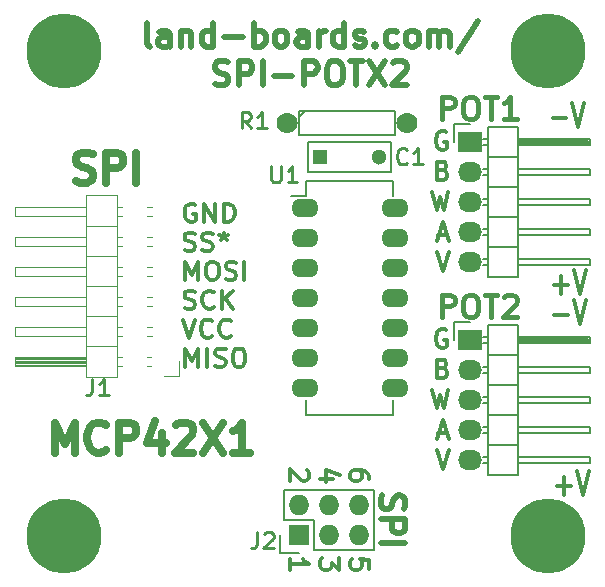
<source format=gto>
%TF.GenerationSoftware,KiCad,Pcbnew,(6.0.1)*%
%TF.CreationDate,2022-05-17T17:41:02-04:00*%
%TF.ProjectId,SPI-POTX2,5350492d-504f-4545-9832-2e6b69636164,2*%
%TF.SameCoordinates,Original*%
%TF.FileFunction,Legend,Top*%
%TF.FilePolarity,Positive*%
%FSLAX46Y46*%
G04 Gerber Fmt 4.6, Leading zero omitted, Abs format (unit mm)*
G04 Created by KiCad (PCBNEW (6.0.1)) date 2022-05-17 17:41:02*
%MOMM*%
%LPD*%
G01*
G04 APERTURE LIST*
%ADD10C,0.304800*%
%ADD11C,0.508000*%
%ADD12C,0.635000*%
%ADD13C,0.476250*%
%ADD14C,0.254000*%
%ADD15C,0.381000*%
%ADD16C,0.150000*%
%ADD17C,0.120000*%
%ADD18C,6.350000*%
%ADD19R,1.727200X1.727200*%
%ADD20O,1.727200X1.727200*%
%ADD21R,1.300000X1.300000*%
%ADD22C,1.300000*%
%ADD23R,2.032000X1.727200*%
%ADD24O,2.032000X1.727200*%
%ADD25C,1.778000*%
%ADD26O,2.300000X1.600000*%
G04 APERTURE END LIST*
D10*
X140952070Y-92008327D02*
X140800880Y-91935755D01*
X140574094Y-91935755D01*
X140347308Y-92008327D01*
X140196118Y-92153469D01*
X140120523Y-92298612D01*
X140044927Y-92588898D01*
X140044927Y-92806612D01*
X140120523Y-93096898D01*
X140196118Y-93242041D01*
X140347308Y-93387184D01*
X140574094Y-93459755D01*
X140725285Y-93459755D01*
X140952070Y-93387184D01*
X141027666Y-93314612D01*
X141027666Y-92806612D01*
X140725285Y-92806612D01*
X141708023Y-93459755D02*
X141708023Y-91935755D01*
X142615166Y-93459755D01*
X142615166Y-91935755D01*
X143371118Y-93459755D02*
X143371118Y-91935755D01*
X143749094Y-91935755D01*
X143975880Y-92008327D01*
X144127070Y-92153469D01*
X144202666Y-92298612D01*
X144278261Y-92588898D01*
X144278261Y-92806612D01*
X144202666Y-93096898D01*
X144127070Y-93242041D01*
X143975880Y-93387184D01*
X143749094Y-93459755D01*
X143371118Y-93459755D01*
X140044927Y-95840824D02*
X140271713Y-95913395D01*
X140649689Y-95913395D01*
X140800880Y-95840824D01*
X140876475Y-95768252D01*
X140952070Y-95623109D01*
X140952070Y-95477967D01*
X140876475Y-95332824D01*
X140800880Y-95260252D01*
X140649689Y-95187681D01*
X140347308Y-95115109D01*
X140196118Y-95042538D01*
X140120523Y-94969967D01*
X140044927Y-94824824D01*
X140044927Y-94679681D01*
X140120523Y-94534538D01*
X140196118Y-94461967D01*
X140347308Y-94389395D01*
X140725285Y-94389395D01*
X140952070Y-94461967D01*
X141556832Y-95840824D02*
X141783618Y-95913395D01*
X142161594Y-95913395D01*
X142312785Y-95840824D01*
X142388380Y-95768252D01*
X142463975Y-95623109D01*
X142463975Y-95477967D01*
X142388380Y-95332824D01*
X142312785Y-95260252D01*
X142161594Y-95187681D01*
X141859213Y-95115109D01*
X141708023Y-95042538D01*
X141632427Y-94969967D01*
X141556832Y-94824824D01*
X141556832Y-94679681D01*
X141632427Y-94534538D01*
X141708023Y-94461967D01*
X141859213Y-94389395D01*
X142237189Y-94389395D01*
X142463975Y-94461967D01*
X143371118Y-94389395D02*
X143371118Y-94752252D01*
X142993142Y-94607109D02*
X143371118Y-94752252D01*
X143749094Y-94607109D01*
X143144332Y-95042538D02*
X143371118Y-94752252D01*
X143597904Y-95042538D01*
X140120523Y-98367035D02*
X140120523Y-96843035D01*
X140649689Y-97931607D01*
X141178856Y-96843035D01*
X141178856Y-98367035D01*
X142237189Y-96843035D02*
X142539570Y-96843035D01*
X142690761Y-96915607D01*
X142841951Y-97060749D01*
X142917547Y-97351035D01*
X142917547Y-97859035D01*
X142841951Y-98149321D01*
X142690761Y-98294464D01*
X142539570Y-98367035D01*
X142237189Y-98367035D01*
X142085999Y-98294464D01*
X141934808Y-98149321D01*
X141859213Y-97859035D01*
X141859213Y-97351035D01*
X141934808Y-97060749D01*
X142085999Y-96915607D01*
X142237189Y-96843035D01*
X143522308Y-98294464D02*
X143749094Y-98367035D01*
X144127070Y-98367035D01*
X144278261Y-98294464D01*
X144353856Y-98221892D01*
X144429451Y-98076749D01*
X144429451Y-97931607D01*
X144353856Y-97786464D01*
X144278261Y-97713892D01*
X144127070Y-97641321D01*
X143824689Y-97568749D01*
X143673499Y-97496178D01*
X143597904Y-97423607D01*
X143522308Y-97278464D01*
X143522308Y-97133321D01*
X143597904Y-96988178D01*
X143673499Y-96915607D01*
X143824689Y-96843035D01*
X144202666Y-96843035D01*
X144429451Y-96915607D01*
X145109808Y-98367035D02*
X145109808Y-96843035D01*
X140044927Y-100748104D02*
X140271713Y-100820675D01*
X140649689Y-100820675D01*
X140800880Y-100748104D01*
X140876475Y-100675532D01*
X140952070Y-100530389D01*
X140952070Y-100385247D01*
X140876475Y-100240104D01*
X140800880Y-100167532D01*
X140649689Y-100094961D01*
X140347308Y-100022389D01*
X140196118Y-99949818D01*
X140120523Y-99877247D01*
X140044927Y-99732104D01*
X140044927Y-99586961D01*
X140120523Y-99441818D01*
X140196118Y-99369247D01*
X140347308Y-99296675D01*
X140725285Y-99296675D01*
X140952070Y-99369247D01*
X142539570Y-100675532D02*
X142463975Y-100748104D01*
X142237189Y-100820675D01*
X142085999Y-100820675D01*
X141859213Y-100748104D01*
X141708023Y-100602961D01*
X141632427Y-100457818D01*
X141556832Y-100167532D01*
X141556832Y-99949818D01*
X141632427Y-99659532D01*
X141708023Y-99514389D01*
X141859213Y-99369247D01*
X142085999Y-99296675D01*
X142237189Y-99296675D01*
X142463975Y-99369247D01*
X142539570Y-99441818D01*
X143219927Y-100820675D02*
X143219927Y-99296675D01*
X144127070Y-100820675D02*
X143446713Y-99949818D01*
X144127070Y-99296675D02*
X143219927Y-100167532D01*
X139893737Y-101750315D02*
X140422904Y-103274315D01*
X140952070Y-101750315D01*
X142388380Y-103129172D02*
X142312785Y-103201744D01*
X142085999Y-103274315D01*
X141934808Y-103274315D01*
X141708023Y-103201744D01*
X141556832Y-103056601D01*
X141481237Y-102911458D01*
X141405642Y-102621172D01*
X141405642Y-102403458D01*
X141481237Y-102113172D01*
X141556832Y-101968029D01*
X141708023Y-101822887D01*
X141934808Y-101750315D01*
X142085999Y-101750315D01*
X142312785Y-101822887D01*
X142388380Y-101895458D01*
X143975880Y-103129172D02*
X143900285Y-103201744D01*
X143673499Y-103274315D01*
X143522308Y-103274315D01*
X143295523Y-103201744D01*
X143144332Y-103056601D01*
X143068737Y-102911458D01*
X142993142Y-102621172D01*
X142993142Y-102403458D01*
X143068737Y-102113172D01*
X143144332Y-101968029D01*
X143295523Y-101822887D01*
X143522308Y-101750315D01*
X143673499Y-101750315D01*
X143900285Y-101822887D01*
X143975880Y-101895458D01*
X140120523Y-105727955D02*
X140120523Y-104203955D01*
X140649689Y-105292527D01*
X141178856Y-104203955D01*
X141178856Y-105727955D01*
X141934808Y-105727955D02*
X141934808Y-104203955D01*
X142615166Y-105655384D02*
X142841951Y-105727955D01*
X143219927Y-105727955D01*
X143371118Y-105655384D01*
X143446713Y-105582812D01*
X143522308Y-105437669D01*
X143522308Y-105292527D01*
X143446713Y-105147384D01*
X143371118Y-105074812D01*
X143219927Y-105002241D01*
X142917547Y-104929669D01*
X142766356Y-104857098D01*
X142690761Y-104784527D01*
X142615166Y-104639384D01*
X142615166Y-104494241D01*
X142690761Y-104349098D01*
X142766356Y-104276527D01*
X142917547Y-104203955D01*
X143295523Y-104203955D01*
X143522308Y-104276527D01*
X144505047Y-104203955D02*
X144807427Y-104203955D01*
X144958618Y-104276527D01*
X145109808Y-104421669D01*
X145185404Y-104711955D01*
X145185404Y-105219955D01*
X145109808Y-105510241D01*
X144958618Y-105655384D01*
X144807427Y-105727955D01*
X144505047Y-105727955D01*
X144353856Y-105655384D01*
X144202666Y-105510241D01*
X144127070Y-105219955D01*
X144127070Y-104711955D01*
X144202666Y-104421669D01*
X144353856Y-104276527D01*
X144505047Y-104203955D01*
D11*
X156755950Y-116636046D02*
X156659188Y-116926331D01*
X156659188Y-117410141D01*
X156755950Y-117603665D01*
X156852712Y-117700427D01*
X157046236Y-117797188D01*
X157239760Y-117797188D01*
X157433284Y-117700427D01*
X157530046Y-117603665D01*
X157626807Y-117410141D01*
X157723569Y-117023093D01*
X157820331Y-116829569D01*
X157917093Y-116732807D01*
X158110617Y-116636046D01*
X158304141Y-116636046D01*
X158497665Y-116732807D01*
X158594427Y-116829569D01*
X158691188Y-117023093D01*
X158691188Y-117506903D01*
X158594427Y-117797188D01*
X156659188Y-118668046D02*
X158691188Y-118668046D01*
X158691188Y-119442141D01*
X158594427Y-119635665D01*
X158497665Y-119732427D01*
X158304141Y-119829188D01*
X158013855Y-119829188D01*
X157820331Y-119732427D01*
X157723569Y-119635665D01*
X157626807Y-119442141D01*
X157626807Y-118668046D01*
X156659188Y-120700046D02*
X158691188Y-120700046D01*
D12*
X130847950Y-90026522D02*
X131210807Y-90147474D01*
X131815569Y-90147474D01*
X132057474Y-90026522D01*
X132178427Y-89905569D01*
X132299379Y-89663665D01*
X132299379Y-89421760D01*
X132178427Y-89179855D01*
X132057474Y-89058903D01*
X131815569Y-88937950D01*
X131331760Y-88816998D01*
X131089855Y-88696046D01*
X130968903Y-88575093D01*
X130847950Y-88333188D01*
X130847950Y-88091284D01*
X130968903Y-87849379D01*
X131089855Y-87728427D01*
X131331760Y-87607474D01*
X131936522Y-87607474D01*
X132299379Y-87728427D01*
X133387950Y-90147474D02*
X133387950Y-87607474D01*
X134355569Y-87607474D01*
X134597474Y-87728427D01*
X134718427Y-87849379D01*
X134839379Y-88091284D01*
X134839379Y-88454141D01*
X134718427Y-88696046D01*
X134597474Y-88816998D01*
X134355569Y-88937950D01*
X133387950Y-88937950D01*
X135927950Y-90147474D02*
X135927950Y-87607474D01*
D10*
X162209330Y-102650927D02*
X162058140Y-102575331D01*
X161831354Y-102575331D01*
X161604568Y-102650927D01*
X161453378Y-102802117D01*
X161377783Y-102953307D01*
X161302187Y-103255688D01*
X161302187Y-103482474D01*
X161377783Y-103784855D01*
X161453378Y-103936046D01*
X161604568Y-104087236D01*
X161831354Y-104162831D01*
X161982545Y-104162831D01*
X162209330Y-104087236D01*
X162284926Y-104011641D01*
X162284926Y-103482474D01*
X161982545Y-103482474D01*
X161906949Y-105887159D02*
X162133735Y-105962754D01*
X162209330Y-106038349D01*
X162284926Y-106189540D01*
X162284926Y-106416325D01*
X162209330Y-106567516D01*
X162133735Y-106643111D01*
X161982545Y-106718706D01*
X161377783Y-106718706D01*
X161377783Y-105131206D01*
X161906949Y-105131206D01*
X162058140Y-105206802D01*
X162133735Y-105282397D01*
X162209330Y-105433587D01*
X162209330Y-105584778D01*
X162133735Y-105735968D01*
X162058140Y-105811563D01*
X161906949Y-105887159D01*
X161377783Y-105887159D01*
X160999807Y-107687081D02*
X161377783Y-109274581D01*
X161680164Y-108140653D01*
X161982545Y-109274581D01*
X162360521Y-107687081D01*
X161528973Y-111376885D02*
X162284926Y-111376885D01*
X161377783Y-111830456D02*
X161906949Y-110242956D01*
X162436116Y-111830456D01*
X161377783Y-112798831D02*
X161906949Y-114386331D01*
X162436116Y-112798831D01*
X171330712Y-101335569D02*
X172491855Y-101335569D01*
X172999855Y-100077665D02*
X173507855Y-102109665D01*
X174015855Y-100077665D01*
X155669647Y-115270735D02*
X155669647Y-114968354D01*
X155594052Y-114817164D01*
X155518456Y-114741568D01*
X155291671Y-114590378D01*
X154989290Y-114514783D01*
X154384528Y-114514783D01*
X154233337Y-114590378D01*
X154157742Y-114665973D01*
X154082147Y-114817164D01*
X154082147Y-115119545D01*
X154157742Y-115270735D01*
X154233337Y-115346330D01*
X154384528Y-115421926D01*
X154762504Y-115421926D01*
X154913694Y-115346330D01*
X154989290Y-115270735D01*
X155064885Y-115119545D01*
X155064885Y-114817164D01*
X154989290Y-114665973D01*
X154913694Y-114590378D01*
X154762504Y-114514783D01*
X152584605Y-115270735D02*
X151526272Y-115270735D01*
X153189367Y-114892759D02*
X152055438Y-114514783D01*
X152055438Y-115497521D01*
X150406706Y-114514783D02*
X150482302Y-114590378D01*
X150557897Y-114741568D01*
X150557897Y-115119545D01*
X150482302Y-115270735D01*
X150406706Y-115346330D01*
X150255516Y-115421926D01*
X150104325Y-115421926D01*
X149877540Y-115346330D01*
X148970397Y-114439187D01*
X148970397Y-115421926D01*
X171330712Y-98795569D02*
X172491855Y-98795569D01*
X171911284Y-99569665D02*
X171911284Y-98021474D01*
X172999855Y-97537665D02*
X173507855Y-99569665D01*
X174015855Y-97537665D01*
X162209330Y-85886927D02*
X162058140Y-85811331D01*
X161831354Y-85811331D01*
X161604568Y-85886927D01*
X161453378Y-86038117D01*
X161377783Y-86189307D01*
X161302187Y-86491688D01*
X161302187Y-86718474D01*
X161377783Y-87020855D01*
X161453378Y-87172046D01*
X161604568Y-87323236D01*
X161831354Y-87398831D01*
X161982545Y-87398831D01*
X162209330Y-87323236D01*
X162284926Y-87247641D01*
X162284926Y-86718474D01*
X161982545Y-86718474D01*
X161906949Y-89123159D02*
X162133735Y-89198754D01*
X162209330Y-89274349D01*
X162284926Y-89425540D01*
X162284926Y-89652325D01*
X162209330Y-89803516D01*
X162133735Y-89879111D01*
X161982545Y-89954706D01*
X161377783Y-89954706D01*
X161377783Y-88367206D01*
X161906949Y-88367206D01*
X162058140Y-88442802D01*
X162133735Y-88518397D01*
X162209330Y-88669587D01*
X162209330Y-88820778D01*
X162133735Y-88971968D01*
X162058140Y-89047563D01*
X161906949Y-89123159D01*
X161377783Y-89123159D01*
X160999807Y-90923081D02*
X161377783Y-92510581D01*
X161680164Y-91376653D01*
X161982545Y-92510581D01*
X162360521Y-90923081D01*
X161528973Y-94612885D02*
X162284926Y-94612885D01*
X161377783Y-95066456D02*
X161906949Y-93478956D01*
X162436116Y-95066456D01*
X161377783Y-96034831D02*
X161906949Y-97622331D01*
X162436116Y-96034831D01*
X171203712Y-84698569D02*
X172364855Y-84698569D01*
X172872855Y-83440665D02*
X173380855Y-85472665D01*
X173888855Y-83440665D01*
X155669647Y-122842475D02*
X155669647Y-122086523D01*
X154913694Y-122010927D01*
X154989290Y-122086523D01*
X155064885Y-122237713D01*
X155064885Y-122615689D01*
X154989290Y-122766880D01*
X154913694Y-122842475D01*
X154762504Y-122918070D01*
X154384528Y-122918070D01*
X154233337Y-122842475D01*
X154157742Y-122766880D01*
X154082147Y-122615689D01*
X154082147Y-122237713D01*
X154157742Y-122086523D01*
X154233337Y-122010927D01*
X153113772Y-121935332D02*
X153113772Y-122918070D01*
X152509010Y-122388904D01*
X152509010Y-122615689D01*
X152433415Y-122766880D01*
X152357819Y-122842475D01*
X152206629Y-122918070D01*
X151828653Y-122918070D01*
X151677462Y-122842475D01*
X151601867Y-122766880D01*
X151526272Y-122615689D01*
X151526272Y-122162118D01*
X151601867Y-122010927D01*
X151677462Y-121935332D01*
X148970397Y-122918070D02*
X148970397Y-122010927D01*
X148970397Y-122464499D02*
X150557897Y-122464499D01*
X150331111Y-122313308D01*
X150179921Y-122162118D01*
X150104325Y-122010927D01*
D12*
X129033665Y-113007474D02*
X129033665Y-110467474D01*
X129880331Y-112281760D01*
X130726998Y-110467474D01*
X130726998Y-113007474D01*
X133387950Y-112765569D02*
X133266998Y-112886522D01*
X132904141Y-113007474D01*
X132662236Y-113007474D01*
X132299379Y-112886522D01*
X132057474Y-112644617D01*
X131936522Y-112402712D01*
X131815569Y-111918903D01*
X131815569Y-111556046D01*
X131936522Y-111072236D01*
X132057474Y-110830331D01*
X132299379Y-110588427D01*
X132662236Y-110467474D01*
X132904141Y-110467474D01*
X133266998Y-110588427D01*
X133387950Y-110709379D01*
X134476522Y-113007474D02*
X134476522Y-110467474D01*
X135444141Y-110467474D01*
X135686046Y-110588427D01*
X135806998Y-110709379D01*
X135927950Y-110951284D01*
X135927950Y-111314141D01*
X135806998Y-111556046D01*
X135686046Y-111676998D01*
X135444141Y-111797950D01*
X134476522Y-111797950D01*
X138105093Y-111314141D02*
X138105093Y-113007474D01*
X137500331Y-110346522D02*
X136895569Y-112160807D01*
X138467950Y-112160807D01*
X139314617Y-110709379D02*
X139435569Y-110588427D01*
X139677474Y-110467474D01*
X140282236Y-110467474D01*
X140524141Y-110588427D01*
X140645093Y-110709379D01*
X140766046Y-110951284D01*
X140766046Y-111193188D01*
X140645093Y-111556046D01*
X139193665Y-113007474D01*
X140766046Y-113007474D01*
X141612712Y-110467474D02*
X143306046Y-113007474D01*
X143306046Y-110467474D02*
X141612712Y-113007474D01*
X145604141Y-113007474D02*
X144152712Y-113007474D01*
X144878427Y-113007474D02*
X144878427Y-110467474D01*
X144636522Y-110830331D01*
X144394617Y-111072236D01*
X144152712Y-111193188D01*
D10*
X171584712Y-115813569D02*
X172745855Y-115813569D01*
X172165284Y-116587665D02*
X172165284Y-115039474D01*
X173253855Y-114555665D02*
X173761855Y-116587665D01*
X174269855Y-114555665D01*
D13*
X137125379Y-78629905D02*
X136931855Y-78533143D01*
X136835093Y-78339619D01*
X136835093Y-76597905D01*
X138770331Y-78629905D02*
X138770331Y-77565524D01*
X138673569Y-77372000D01*
X138480046Y-77275238D01*
X138092998Y-77275238D01*
X137899474Y-77372000D01*
X138770331Y-78533143D02*
X138576807Y-78629905D01*
X138092998Y-78629905D01*
X137899474Y-78533143D01*
X137802712Y-78339619D01*
X137802712Y-78146095D01*
X137899474Y-77952571D01*
X138092998Y-77855809D01*
X138576807Y-77855809D01*
X138770331Y-77759047D01*
X139737950Y-77275238D02*
X139737950Y-78629905D01*
X139737950Y-77468762D02*
X139834712Y-77372000D01*
X140028236Y-77275238D01*
X140318522Y-77275238D01*
X140512046Y-77372000D01*
X140608807Y-77565524D01*
X140608807Y-78629905D01*
X142447284Y-78629905D02*
X142447284Y-76597905D01*
X142447284Y-78533143D02*
X142253760Y-78629905D01*
X141866712Y-78629905D01*
X141673188Y-78533143D01*
X141576427Y-78436381D01*
X141479665Y-78242857D01*
X141479665Y-77662286D01*
X141576427Y-77468762D01*
X141673188Y-77372000D01*
X141866712Y-77275238D01*
X142253760Y-77275238D01*
X142447284Y-77372000D01*
X143414903Y-77855809D02*
X144963093Y-77855809D01*
X145930712Y-78629905D02*
X145930712Y-76597905D01*
X145930712Y-77372000D02*
X146124236Y-77275238D01*
X146511284Y-77275238D01*
X146704807Y-77372000D01*
X146801569Y-77468762D01*
X146898331Y-77662286D01*
X146898331Y-78242857D01*
X146801569Y-78436381D01*
X146704807Y-78533143D01*
X146511284Y-78629905D01*
X146124236Y-78629905D01*
X145930712Y-78533143D01*
X148059474Y-78629905D02*
X147865950Y-78533143D01*
X147769188Y-78436381D01*
X147672427Y-78242857D01*
X147672427Y-77662286D01*
X147769188Y-77468762D01*
X147865950Y-77372000D01*
X148059474Y-77275238D01*
X148349760Y-77275238D01*
X148543284Y-77372000D01*
X148640046Y-77468762D01*
X148736807Y-77662286D01*
X148736807Y-78242857D01*
X148640046Y-78436381D01*
X148543284Y-78533143D01*
X148349760Y-78629905D01*
X148059474Y-78629905D01*
X150478522Y-78629905D02*
X150478522Y-77565524D01*
X150381760Y-77372000D01*
X150188236Y-77275238D01*
X149801188Y-77275238D01*
X149607665Y-77372000D01*
X150478522Y-78533143D02*
X150284998Y-78629905D01*
X149801188Y-78629905D01*
X149607665Y-78533143D01*
X149510903Y-78339619D01*
X149510903Y-78146095D01*
X149607665Y-77952571D01*
X149801188Y-77855809D01*
X150284998Y-77855809D01*
X150478522Y-77759047D01*
X151446141Y-78629905D02*
X151446141Y-77275238D01*
X151446141Y-77662286D02*
X151542903Y-77468762D01*
X151639665Y-77372000D01*
X151833188Y-77275238D01*
X152026712Y-77275238D01*
X153574903Y-78629905D02*
X153574903Y-76597905D01*
X153574903Y-78533143D02*
X153381379Y-78629905D01*
X152994331Y-78629905D01*
X152800807Y-78533143D01*
X152704046Y-78436381D01*
X152607284Y-78242857D01*
X152607284Y-77662286D01*
X152704046Y-77468762D01*
X152800807Y-77372000D01*
X152994331Y-77275238D01*
X153381379Y-77275238D01*
X153574903Y-77372000D01*
X154445760Y-78533143D02*
X154639284Y-78629905D01*
X155026331Y-78629905D01*
X155219855Y-78533143D01*
X155316617Y-78339619D01*
X155316617Y-78242857D01*
X155219855Y-78049333D01*
X155026331Y-77952571D01*
X154736046Y-77952571D01*
X154542522Y-77855809D01*
X154445760Y-77662286D01*
X154445760Y-77565524D01*
X154542522Y-77372000D01*
X154736046Y-77275238D01*
X155026331Y-77275238D01*
X155219855Y-77372000D01*
X156187474Y-78436381D02*
X156284236Y-78533143D01*
X156187474Y-78629905D01*
X156090712Y-78533143D01*
X156187474Y-78436381D01*
X156187474Y-78629905D01*
X158025950Y-78533143D02*
X157832427Y-78629905D01*
X157445379Y-78629905D01*
X157251855Y-78533143D01*
X157155093Y-78436381D01*
X157058331Y-78242857D01*
X157058331Y-77662286D01*
X157155093Y-77468762D01*
X157251855Y-77372000D01*
X157445379Y-77275238D01*
X157832427Y-77275238D01*
X158025950Y-77372000D01*
X159187093Y-78629905D02*
X158993569Y-78533143D01*
X158896807Y-78436381D01*
X158800046Y-78242857D01*
X158800046Y-77662286D01*
X158896807Y-77468762D01*
X158993569Y-77372000D01*
X159187093Y-77275238D01*
X159477379Y-77275238D01*
X159670903Y-77372000D01*
X159767665Y-77468762D01*
X159864427Y-77662286D01*
X159864427Y-78242857D01*
X159767665Y-78436381D01*
X159670903Y-78533143D01*
X159477379Y-78629905D01*
X159187093Y-78629905D01*
X160735284Y-78629905D02*
X160735284Y-77275238D01*
X160735284Y-77468762D02*
X160832046Y-77372000D01*
X161025569Y-77275238D01*
X161315855Y-77275238D01*
X161509379Y-77372000D01*
X161606141Y-77565524D01*
X161606141Y-78629905D01*
X161606141Y-77565524D02*
X161702903Y-77372000D01*
X161896427Y-77275238D01*
X162186712Y-77275238D01*
X162380236Y-77372000D01*
X162476998Y-77565524D01*
X162476998Y-78629905D01*
X164896046Y-76501143D02*
X163154331Y-79113714D01*
X142592427Y-81804663D02*
X142882712Y-81901425D01*
X143366522Y-81901425D01*
X143560046Y-81804663D01*
X143656807Y-81707901D01*
X143753569Y-81514377D01*
X143753569Y-81320853D01*
X143656807Y-81127329D01*
X143560046Y-81030567D01*
X143366522Y-80933806D01*
X142979474Y-80837044D01*
X142785950Y-80740282D01*
X142689188Y-80643520D01*
X142592427Y-80449996D01*
X142592427Y-80256472D01*
X142689188Y-80062948D01*
X142785950Y-79966187D01*
X142979474Y-79869425D01*
X143463284Y-79869425D01*
X143753569Y-79966187D01*
X144624427Y-81901425D02*
X144624427Y-79869425D01*
X145398522Y-79869425D01*
X145592046Y-79966187D01*
X145688807Y-80062948D01*
X145785569Y-80256472D01*
X145785569Y-80546758D01*
X145688807Y-80740282D01*
X145592046Y-80837044D01*
X145398522Y-80933806D01*
X144624427Y-80933806D01*
X146656427Y-81901425D02*
X146656427Y-79869425D01*
X147624046Y-81127329D02*
X149172236Y-81127329D01*
X150139855Y-81901425D02*
X150139855Y-79869425D01*
X150913950Y-79869425D01*
X151107474Y-79966187D01*
X151204236Y-80062948D01*
X151300998Y-80256472D01*
X151300998Y-80546758D01*
X151204236Y-80740282D01*
X151107474Y-80837044D01*
X150913950Y-80933806D01*
X150139855Y-80933806D01*
X152558903Y-79869425D02*
X152945950Y-79869425D01*
X153139474Y-79966187D01*
X153332998Y-80159710D01*
X153429760Y-80546758D01*
X153429760Y-81224091D01*
X153332998Y-81611139D01*
X153139474Y-81804663D01*
X152945950Y-81901425D01*
X152558903Y-81901425D01*
X152365379Y-81804663D01*
X152171855Y-81611139D01*
X152075093Y-81224091D01*
X152075093Y-80546758D01*
X152171855Y-80159710D01*
X152365379Y-79966187D01*
X152558903Y-79869425D01*
X154010331Y-79869425D02*
X155171474Y-79869425D01*
X154590903Y-81901425D02*
X154590903Y-79869425D01*
X155655284Y-79869425D02*
X157009950Y-81901425D01*
X157009950Y-79869425D02*
X155655284Y-81901425D01*
X157687284Y-80062948D02*
X157784046Y-79966187D01*
X157977569Y-79869425D01*
X158461379Y-79869425D01*
X158654903Y-79966187D01*
X158751665Y-80062948D01*
X158848427Y-80256472D01*
X158848427Y-80449996D01*
X158751665Y-80740282D01*
X157590522Y-81901425D01*
X158848427Y-81901425D01*
D14*
%TO.C,J2*%
X146190760Y-119729403D02*
X146190760Y-120727260D01*
X146124236Y-120926831D01*
X145991188Y-121059879D01*
X145791617Y-121126403D01*
X145658569Y-121126403D01*
X146789474Y-119862450D02*
X146855998Y-119795927D01*
X146989046Y-119729403D01*
X147321665Y-119729403D01*
X147454712Y-119795927D01*
X147521236Y-119862450D01*
X147587760Y-119995498D01*
X147587760Y-120128546D01*
X147521236Y-120328117D01*
X146722950Y-121126403D01*
X147587760Y-121126403D01*
%TO.C,C1*%
X158869593Y-88481355D02*
X158803069Y-88547879D01*
X158603498Y-88614403D01*
X158470450Y-88614403D01*
X158270879Y-88547879D01*
X158137831Y-88414831D01*
X158071307Y-88281784D01*
X158004784Y-88015688D01*
X158004784Y-87816117D01*
X158071307Y-87550022D01*
X158137831Y-87416974D01*
X158270879Y-87283927D01*
X158470450Y-87217403D01*
X158603498Y-87217403D01*
X158803069Y-87283927D01*
X158869593Y-87350450D01*
X160200069Y-88614403D02*
X159401784Y-88614403D01*
X159800927Y-88614403D02*
X159800927Y-87217403D01*
X159667879Y-87416974D01*
X159534831Y-87550022D01*
X159401784Y-87616546D01*
D15*
%TO.C,POT1*%
X161814784Y-84780212D02*
X161814784Y-82875212D01*
X162540498Y-82875212D01*
X162721927Y-82965927D01*
X162812641Y-83056641D01*
X162903355Y-83238069D01*
X162903355Y-83510212D01*
X162812641Y-83691641D01*
X162721927Y-83782355D01*
X162540498Y-83873069D01*
X161814784Y-83873069D01*
X164082641Y-82875212D02*
X164445498Y-82875212D01*
X164626927Y-82965927D01*
X164808355Y-83147355D01*
X164899069Y-83510212D01*
X164899069Y-84145212D01*
X164808355Y-84508069D01*
X164626927Y-84689498D01*
X164445498Y-84780212D01*
X164082641Y-84780212D01*
X163901212Y-84689498D01*
X163719784Y-84508069D01*
X163629069Y-84145212D01*
X163629069Y-83510212D01*
X163719784Y-83147355D01*
X163901212Y-82965927D01*
X164082641Y-82875212D01*
X165443355Y-82875212D02*
X166531927Y-82875212D01*
X165987641Y-84780212D02*
X165987641Y-82875212D01*
X168164784Y-84780212D02*
X167076212Y-84780212D01*
X167620498Y-84780212D02*
X167620498Y-82875212D01*
X167439069Y-83147355D01*
X167257641Y-83328784D01*
X167076212Y-83419498D01*
%TO.C,POT2*%
X161814784Y-101544212D02*
X161814784Y-99639212D01*
X162540498Y-99639212D01*
X162721927Y-99729927D01*
X162812641Y-99820641D01*
X162903355Y-100002069D01*
X162903355Y-100274212D01*
X162812641Y-100455641D01*
X162721927Y-100546355D01*
X162540498Y-100637069D01*
X161814784Y-100637069D01*
X164082641Y-99639212D02*
X164445498Y-99639212D01*
X164626927Y-99729927D01*
X164808355Y-99911355D01*
X164899069Y-100274212D01*
X164899069Y-100909212D01*
X164808355Y-101272069D01*
X164626927Y-101453498D01*
X164445498Y-101544212D01*
X164082641Y-101544212D01*
X163901212Y-101453498D01*
X163719784Y-101272069D01*
X163629069Y-100909212D01*
X163629069Y-100274212D01*
X163719784Y-99911355D01*
X163901212Y-99729927D01*
X164082641Y-99639212D01*
X165443355Y-99639212D02*
X166531927Y-99639212D01*
X165987641Y-101544212D02*
X165987641Y-99639212D01*
X167076212Y-99820641D02*
X167166927Y-99729927D01*
X167348355Y-99639212D01*
X167801927Y-99639212D01*
X167983355Y-99729927D01*
X168074069Y-99820641D01*
X168164784Y-100002069D01*
X168164784Y-100183498D01*
X168074069Y-100455641D01*
X166985498Y-101544212D01*
X168164784Y-101544212D01*
D14*
%TO.C,R1*%
X145661593Y-85566403D02*
X145195927Y-84901165D01*
X144863307Y-85566403D02*
X144863307Y-84169403D01*
X145395498Y-84169403D01*
X145528546Y-84235927D01*
X145595069Y-84302450D01*
X145661593Y-84435498D01*
X145661593Y-84635069D01*
X145595069Y-84768117D01*
X145528546Y-84834641D01*
X145395498Y-84901165D01*
X144863307Y-84901165D01*
X146992069Y-85566403D02*
X146193784Y-85566403D01*
X146592927Y-85566403D02*
X146592927Y-84169403D01*
X146459879Y-84368974D01*
X146326831Y-84502022D01*
X146193784Y-84568546D01*
%TO.C,U1*%
X147370046Y-88741403D02*
X147370046Y-89872307D01*
X147436569Y-90005355D01*
X147503093Y-90071879D01*
X147636141Y-90138403D01*
X147902236Y-90138403D01*
X148035284Y-90071879D01*
X148101807Y-90005355D01*
X148168331Y-89872307D01*
X148168331Y-88741403D01*
X149565331Y-90138403D02*
X148767046Y-90138403D01*
X149166188Y-90138403D02*
X149166188Y-88741403D01*
X149033141Y-88940974D01*
X148900093Y-89074022D01*
X148767046Y-89140546D01*
%TO.C,J1*%
X132215760Y-106759403D02*
X132215760Y-107757260D01*
X132149236Y-107956831D01*
X132016188Y-108089879D01*
X131816617Y-108156403D01*
X131683569Y-108156403D01*
X133612760Y-108156403D02*
X132814474Y-108156403D01*
X133213617Y-108156403D02*
X133213617Y-106759403D01*
X133080569Y-106958974D01*
X132947522Y-107092022D01*
X132814474Y-107158546D01*
D16*
%TO.C,J2*%
X150974427Y-118716427D02*
X150974427Y-121256427D01*
X148154427Y-121536427D02*
X149704427Y-121536427D01*
X150974427Y-116176427D02*
X148434427Y-116176427D01*
X148434427Y-118716427D02*
X150974427Y-118716427D01*
X156054427Y-116176427D02*
X150974427Y-116176427D01*
X156054427Y-121256427D02*
X156054427Y-116176427D01*
X148154427Y-121536427D02*
X148154427Y-119986427D01*
X148434427Y-116176427D02*
X148434427Y-118716427D01*
X150974427Y-121256427D02*
X156054427Y-121256427D01*
%TO.C,C1*%
X157482427Y-86732427D02*
X157482427Y-89232427D01*
X157482427Y-89232427D02*
X150482427Y-89232427D01*
X150482427Y-86732427D02*
X157482427Y-86732427D01*
X150482427Y-89232427D02*
X150482427Y-86732427D01*
%TO.C,POT1*%
X168246427Y-96618427D02*
X174342427Y-96618427D01*
X165706427Y-93062427D02*
X168246427Y-93062427D01*
X165706427Y-89506427D02*
X165325427Y-89506427D01*
X165706427Y-93062427D02*
X168246427Y-93062427D01*
X168246427Y-87982427D02*
X168246427Y-85442427D01*
X165706427Y-85442427D02*
X168246427Y-85442427D01*
X174342427Y-97126427D02*
X168246427Y-97126427D01*
X174342427Y-88998427D02*
X174342427Y-89506427D01*
X165706427Y-92046427D02*
X165325427Y-92046427D01*
X165706427Y-86966427D02*
X165325427Y-86966427D01*
X174342427Y-86966427D02*
X168246427Y-86966427D01*
X165706427Y-85442427D02*
X165706427Y-87982427D01*
X174342427Y-91538427D02*
X174342427Y-92046427D01*
X168246427Y-91538427D02*
X174342427Y-91538427D01*
X168246427Y-90522427D02*
X168246427Y-87982427D01*
X165706427Y-87982427D02*
X168246427Y-87982427D01*
X165706427Y-95602427D02*
X168246427Y-95602427D01*
X165706427Y-91538427D02*
X165325427Y-91538427D01*
X174342427Y-86458427D02*
X174342427Y-86966427D01*
X174215427Y-86839427D02*
X168373427Y-86839427D01*
X168246427Y-95602427D02*
X168246427Y-93062427D01*
X162882427Y-85162427D02*
X162882427Y-86712427D01*
X165706427Y-95602427D02*
X165706427Y-98142427D01*
X165706427Y-90522427D02*
X165706427Y-93062427D01*
X165706427Y-95602427D02*
X168246427Y-95602427D01*
X168246427Y-93062427D02*
X168246427Y-90522427D01*
X174215427Y-86585427D02*
X174215427Y-86839427D01*
X168246427Y-88998427D02*
X174342427Y-88998427D01*
X168373427Y-86585427D02*
X174215427Y-86585427D01*
X168373427Y-86839427D02*
X168373427Y-86712427D01*
X165706427Y-94078427D02*
X165325427Y-94078427D01*
X174342427Y-94078427D02*
X174342427Y-94586427D01*
X165706427Y-87982427D02*
X165706427Y-90522427D01*
X165706427Y-93062427D02*
X165706427Y-95602427D01*
X168246427Y-98142427D02*
X168246427Y-95602427D01*
X165706427Y-98142427D02*
X168246427Y-98142427D01*
X168246427Y-86458427D02*
X174342427Y-86458427D01*
X165706427Y-90522427D02*
X168246427Y-90522427D01*
X174342427Y-94586427D02*
X168246427Y-94586427D01*
X165706427Y-94586427D02*
X165325427Y-94586427D01*
X174342427Y-89506427D02*
X168246427Y-89506427D01*
X164182427Y-85162427D02*
X162882427Y-85162427D01*
X165706427Y-90522427D02*
X168246427Y-90522427D01*
X165706427Y-96618427D02*
X165325427Y-96618427D01*
X165706427Y-88998427D02*
X165325427Y-88998427D01*
X174342427Y-92046427D02*
X168246427Y-92046427D01*
X168246427Y-94078427D02*
X174342427Y-94078427D01*
X168373427Y-86712427D02*
X174215427Y-86712427D01*
X165706427Y-87982427D02*
X168246427Y-87982427D01*
X174342427Y-96618427D02*
X174342427Y-97126427D01*
X165706427Y-97126427D02*
X165325427Y-97126427D01*
X165706427Y-86458427D02*
X165325427Y-86458427D01*
%TO.C,POT2*%
X162882427Y-101926427D02*
X162882427Y-103476427D01*
X165706427Y-109826427D02*
X168246427Y-109826427D01*
X165706427Y-105762427D02*
X165325427Y-105762427D01*
X165706427Y-107286427D02*
X165706427Y-109826427D01*
X174342427Y-110842427D02*
X174342427Y-111350427D01*
X174342427Y-108810427D02*
X168246427Y-108810427D01*
X165706427Y-112366427D02*
X168246427Y-112366427D01*
X168246427Y-110842427D02*
X174342427Y-110842427D01*
X174342427Y-106270427D02*
X168246427Y-106270427D01*
X168246427Y-113382427D02*
X174342427Y-113382427D01*
X165706427Y-114906427D02*
X168246427Y-114906427D01*
X165706427Y-104746427D02*
X165706427Y-107286427D01*
X165706427Y-104746427D02*
X168246427Y-104746427D01*
X165706427Y-109826427D02*
X165706427Y-112366427D01*
X174342427Y-111350427D02*
X168246427Y-111350427D01*
X174215427Y-103603427D02*
X168373427Y-103603427D01*
X174342427Y-103730427D02*
X168246427Y-103730427D01*
X165706427Y-112366427D02*
X168246427Y-112366427D01*
X165706427Y-107286427D02*
X168246427Y-107286427D01*
X165706427Y-108810427D02*
X165325427Y-108810427D01*
X174342427Y-108302427D02*
X174342427Y-108810427D01*
X174342427Y-113382427D02*
X174342427Y-113890427D01*
X168246427Y-108302427D02*
X174342427Y-108302427D01*
X165706427Y-113890427D02*
X165325427Y-113890427D01*
X165706427Y-110842427D02*
X165325427Y-110842427D01*
X165706427Y-104746427D02*
X168246427Y-104746427D01*
X165706427Y-103222427D02*
X165325427Y-103222427D01*
X168373427Y-103349427D02*
X174215427Y-103349427D01*
X168246427Y-103222427D02*
X174342427Y-103222427D01*
X168246427Y-109826427D02*
X168246427Y-107286427D01*
X165706427Y-108302427D02*
X165325427Y-108302427D01*
X164182427Y-101926427D02*
X162882427Y-101926427D01*
X168246427Y-105762427D02*
X174342427Y-105762427D01*
X168246427Y-112366427D02*
X168246427Y-109826427D01*
X174342427Y-105762427D02*
X174342427Y-106270427D01*
X174215427Y-103349427D02*
X174215427Y-103603427D01*
X165706427Y-102206427D02*
X165706427Y-104746427D01*
X165706427Y-113382427D02*
X165325427Y-113382427D01*
X168246427Y-107286427D02*
X168246427Y-104746427D01*
X174342427Y-103222427D02*
X174342427Y-103730427D01*
X168246427Y-104746427D02*
X168246427Y-102206427D01*
X165706427Y-106270427D02*
X165325427Y-106270427D01*
X165706427Y-102206427D02*
X168246427Y-102206427D01*
X165706427Y-109826427D02*
X168246427Y-109826427D01*
X168373427Y-103603427D02*
X168373427Y-103476427D01*
X168373427Y-103476427D02*
X174215427Y-103476427D01*
X165706427Y-103730427D02*
X165325427Y-103730427D01*
X165706427Y-112366427D02*
X165706427Y-114906427D01*
X174342427Y-113890427D02*
X168246427Y-113890427D01*
X165706427Y-111350427D02*
X165325427Y-111350427D01*
X168246427Y-114906427D02*
X168246427Y-112366427D01*
X165706427Y-107286427D02*
X168246427Y-107286427D01*
%TO.C,R1*%
X149704427Y-84045427D02*
X157832427Y-84045427D01*
X148688427Y-85061427D02*
X149704427Y-85061427D01*
X158848427Y-85061427D02*
X157832427Y-85061427D01*
X149704427Y-86077427D02*
X149704427Y-85061427D01*
X149704427Y-85061427D02*
X149704427Y-84045427D01*
X157832427Y-84045427D02*
X157832427Y-86077427D01*
X157832427Y-86077427D02*
X149704427Y-86077427D01*
X149704427Y-84553427D02*
X150212427Y-84045427D01*
%TO.C,U1*%
X150347427Y-91275427D02*
X149062427Y-91275427D01*
X150347427Y-109835427D02*
X150347427Y-108565427D01*
X150347427Y-90005427D02*
X150347427Y-91275427D01*
X157697427Y-90005427D02*
X157697427Y-91275427D01*
X150347427Y-109835427D02*
X157697427Y-109835427D01*
X157697427Y-109835427D02*
X157697427Y-108565427D01*
X150347427Y-90005427D02*
X157697427Y-90005427D01*
D17*
%TO.C,J1*%
X134356427Y-96364427D02*
X131696427Y-96364427D01*
X134753498Y-103094427D02*
X134356427Y-103094427D01*
X137226427Y-104874427D02*
X136839356Y-104874427D01*
X137293498Y-95474427D02*
X136839356Y-95474427D01*
X125696427Y-92174427D02*
X131696427Y-92174427D01*
X131696427Y-95474427D02*
X125696427Y-95474427D01*
X131696427Y-104974427D02*
X125696427Y-104974427D01*
X137293498Y-103094427D02*
X136839356Y-103094427D01*
X125696427Y-99794427D02*
X131696427Y-99794427D01*
X134356427Y-91224427D02*
X131696427Y-91224427D01*
X134753498Y-104874427D02*
X134356427Y-104874427D01*
X137293498Y-99794427D02*
X136839356Y-99794427D01*
X125696427Y-100554427D02*
X125696427Y-99794427D01*
X134753498Y-94714427D02*
X134356427Y-94714427D01*
X134753498Y-92934427D02*
X134356427Y-92934427D01*
X125696427Y-105634427D02*
X125696427Y-104874427D01*
X134753498Y-105634427D02*
X134356427Y-105634427D01*
X131696427Y-105574427D02*
X125696427Y-105574427D01*
X134753498Y-92174427D02*
X134356427Y-92174427D01*
X137293498Y-92934427D02*
X136839356Y-92934427D01*
X125696427Y-102334427D02*
X131696427Y-102334427D01*
X131696427Y-98014427D02*
X125696427Y-98014427D01*
X125696427Y-104874427D02*
X131696427Y-104874427D01*
X125696427Y-103094427D02*
X125696427Y-102334427D01*
X139606427Y-106524427D02*
X138336427Y-106524427D01*
X131696427Y-91224427D02*
X131696427Y-106584427D01*
X131696427Y-92934427D02*
X125696427Y-92934427D01*
X125696427Y-92934427D02*
X125696427Y-92174427D01*
X134753498Y-100554427D02*
X134356427Y-100554427D01*
X131696427Y-106584427D02*
X134356427Y-106584427D01*
X131696427Y-105634427D02*
X125696427Y-105634427D01*
X134356427Y-101444427D02*
X131696427Y-101444427D01*
X131696427Y-105334427D02*
X125696427Y-105334427D01*
X134356427Y-103984427D02*
X131696427Y-103984427D01*
X134753498Y-102334427D02*
X134356427Y-102334427D01*
X134753498Y-98014427D02*
X134356427Y-98014427D01*
X134753498Y-99794427D02*
X134356427Y-99794427D01*
X137226427Y-105634427D02*
X136839356Y-105634427D01*
X125696427Y-95474427D02*
X125696427Y-94714427D01*
X137293498Y-94714427D02*
X136839356Y-94714427D01*
X134356427Y-93824427D02*
X131696427Y-93824427D01*
X131696427Y-103094427D02*
X125696427Y-103094427D01*
X137293498Y-92174427D02*
X136839356Y-92174427D01*
X125696427Y-94714427D02*
X131696427Y-94714427D01*
X139606427Y-105254427D02*
X139606427Y-106524427D01*
X131696427Y-105214427D02*
X125696427Y-105214427D01*
X125696427Y-97254427D02*
X131696427Y-97254427D01*
X131696427Y-105094427D02*
X125696427Y-105094427D01*
X131696427Y-100554427D02*
X125696427Y-100554427D01*
X134753498Y-97254427D02*
X134356427Y-97254427D01*
X137293498Y-100554427D02*
X136839356Y-100554427D01*
X137293498Y-97254427D02*
X136839356Y-97254427D01*
X137293498Y-102334427D02*
X136839356Y-102334427D01*
X131696427Y-105454427D02*
X125696427Y-105454427D01*
X134356427Y-106584427D02*
X134356427Y-91224427D01*
X125696427Y-98014427D02*
X125696427Y-97254427D01*
X137293498Y-98014427D02*
X136839356Y-98014427D01*
X134753498Y-95474427D02*
X134356427Y-95474427D01*
X134356427Y-98904427D02*
X131696427Y-98904427D01*
%TD*%
D18*
%TO.C,MTG5*%
X129828427Y-120028427D03*
%TD*%
%TO.C,MTG6*%
X129828427Y-79028427D03*
%TD*%
%TO.C,MTG7*%
X170828427Y-120028427D03*
%TD*%
%TO.C,MTG?1*%
X170828427Y-79028427D03*
%TD*%
D19*
%TO.C,J2*%
X149704427Y-119986427D03*
D20*
X149704427Y-117446427D03*
X152244427Y-119986427D03*
X152244427Y-117446427D03*
X154784427Y-119986427D03*
X154784427Y-117446427D03*
%TD*%
D21*
%TO.C,C1*%
X151482427Y-87982427D03*
D22*
X156482427Y-87982427D03*
%TD*%
D23*
%TO.C,POT1*%
X164182427Y-86712427D03*
D24*
X164182427Y-89252427D03*
X164182427Y-91792427D03*
X164182427Y-94332427D03*
X164182427Y-96872427D03*
%TD*%
D23*
%TO.C,POT2*%
X164182427Y-103476427D03*
D24*
X164182427Y-106016427D03*
X164182427Y-108556427D03*
X164182427Y-111096427D03*
X164182427Y-113636427D03*
%TD*%
D25*
%TO.C,R1*%
X148688427Y-85061427D03*
X158848427Y-85061427D03*
%TD*%
D26*
%TO.C,U1*%
X150212427Y-92300427D03*
X150212427Y-94840427D03*
X150212427Y-97380427D03*
X150212427Y-99920427D03*
X150212427Y-102460427D03*
X150212427Y-105000427D03*
X150212427Y-107540427D03*
X157832427Y-107540427D03*
X157832427Y-105000427D03*
X157832427Y-102460427D03*
X157832427Y-99920427D03*
X157832427Y-97380427D03*
X157832427Y-94840427D03*
X157832427Y-92300427D03*
%TD*%
M02*

</source>
